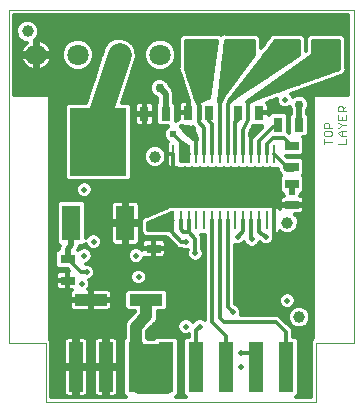
<source format=gtl>
G75*
%MOIN*%
%OFA0B0*%
%FSLAX25Y25*%
%IPPOS*%
%LPD*%
%AMOC8*
5,1,8,0,0,1.08239X$1,22.5*
%
%ADD10C,0.00000*%
%ADD11C,0.00400*%
%ADD12R,0.05000X0.16535*%
%ADD13R,0.06299X0.11811*%
%ADD14R,0.19000X0.22500*%
%ADD15R,0.11024X0.03937*%
%ADD16R,0.00984X0.06102*%
%ADD17R,0.20394X0.12205*%
%ADD18C,0.02578*%
%ADD19R,0.04724X0.03150*%
%ADD20R,0.03150X0.04724*%
%ADD21C,0.03937*%
%ADD22R,0.07087X0.07087*%
%ADD23C,0.07087*%
%ADD24C,0.03937*%
%ADD25C,0.01181*%
%ADD26C,0.02001*%
%ADD27C,0.01969*%
%ADD28C,0.02953*%
%ADD29C,0.02375*%
%ADD30C,0.07874*%
%ADD31C,0.02953*%
%ADD32C,0.01575*%
%ADD33C,0.01000*%
D10*
X0014071Y0001984D02*
X0014071Y0021669D01*
X0001591Y0021669D01*
X0001591Y0132693D01*
X0116551Y0132693D01*
X0116551Y0021669D01*
X0104071Y0021669D01*
X0104071Y0001984D01*
X0014071Y0001984D01*
D11*
X0106710Y0088011D02*
X0106710Y0089714D01*
X0106710Y0088863D02*
X0109265Y0088863D01*
X0108839Y0090730D02*
X0109265Y0091156D01*
X0109265Y0092007D01*
X0108839Y0092433D01*
X0107135Y0092433D01*
X0106710Y0092007D01*
X0106710Y0091156D01*
X0107135Y0090730D01*
X0108839Y0090730D01*
X0111434Y0091582D02*
X0112286Y0092433D01*
X0113989Y0092433D01*
X0112712Y0092433D02*
X0112712Y0090730D01*
X0112286Y0090730D02*
X0111434Y0091582D01*
X0112286Y0090730D02*
X0113989Y0090730D01*
X0113989Y0089714D02*
X0113989Y0088011D01*
X0111434Y0088011D01*
X0111434Y0093449D02*
X0111860Y0093449D01*
X0112712Y0094300D01*
X0113989Y0094300D01*
X0112712Y0094300D02*
X0111860Y0095152D01*
X0111434Y0095152D01*
X0111434Y0096168D02*
X0113989Y0096168D01*
X0113989Y0097871D01*
X0113989Y0098886D02*
X0111434Y0098886D01*
X0111434Y0100164D01*
X0111860Y0100590D01*
X0112712Y0100590D01*
X0113137Y0100164D01*
X0113137Y0098886D01*
X0113137Y0099738D02*
X0113989Y0100590D01*
X0111434Y0097871D02*
X0111434Y0096168D01*
X0112712Y0096168D02*
X0112712Y0097019D01*
X0109265Y0093449D02*
X0106710Y0093449D01*
X0106710Y0094726D01*
X0107135Y0095152D01*
X0107987Y0095152D01*
X0108413Y0094726D01*
X0108413Y0093449D01*
D12*
X0094071Y0013717D03*
X0084071Y0013717D03*
X0074071Y0013717D03*
X0064071Y0013717D03*
X0054071Y0013717D03*
X0044071Y0013717D03*
X0034071Y0013717D03*
X0024071Y0013717D03*
D13*
X0022535Y0061630D03*
X0040488Y0061630D03*
D14*
X0031512Y0088787D03*
D15*
X0028992Y0036079D03*
X0047496Y0036079D03*
D16*
X0056365Y0062614D03*
X0058965Y0062614D03*
X0061565Y0062614D03*
X0064165Y0062614D03*
X0066765Y0062614D03*
X0069365Y0062614D03*
X0071965Y0062614D03*
X0074565Y0062614D03*
X0077165Y0062614D03*
X0079765Y0062614D03*
X0082365Y0062614D03*
X0084965Y0062614D03*
X0087565Y0062614D03*
X0090165Y0062614D03*
X0090165Y0084661D03*
X0087565Y0084661D03*
X0084965Y0084661D03*
X0082365Y0084661D03*
X0079765Y0084661D03*
X0077165Y0084661D03*
X0074565Y0084661D03*
X0071965Y0084661D03*
X0069365Y0084661D03*
X0066765Y0084661D03*
X0064165Y0084661D03*
X0061565Y0084661D03*
X0058965Y0084661D03*
X0056365Y0084661D03*
D17*
X0073264Y0073638D03*
D18*
X0073244Y0073638D03*
X0073244Y0068520D03*
X0068126Y0068520D03*
X0068126Y0073638D03*
X0068126Y0078756D03*
X0073244Y0078756D03*
X0078362Y0078756D03*
X0078362Y0073638D03*
X0078362Y0068520D03*
X0083480Y0068520D03*
X0083480Y0073638D03*
X0083480Y0078756D03*
X0088598Y0078756D03*
X0088598Y0073638D03*
X0088598Y0068520D03*
X0063008Y0068520D03*
X0063008Y0073638D03*
X0063008Y0078756D03*
X0057890Y0078756D03*
X0057890Y0073638D03*
X0057890Y0068520D03*
D19*
X0050016Y0060252D03*
X0050016Y0053165D03*
X0021276Y0049622D03*
X0021276Y0042535D03*
X0096079Y0067732D03*
X0096079Y0074819D03*
X0096079Y0080331D03*
X0096079Y0087417D03*
D20*
X0098441Y0094504D03*
X0091354Y0094504D03*
X0085055Y0098441D03*
X0077969Y0098441D03*
X0068520Y0098441D03*
X0061433Y0098441D03*
X0053953Y0098047D03*
X0046866Y0098047D03*
D21*
X0050409Y0083874D03*
X0007890Y0125606D03*
X0094504Y0061827D03*
X0098441Y0030331D03*
D22*
X0107299Y0117732D03*
D23*
X0093520Y0117732D03*
X0079740Y0117732D03*
X0065961Y0117732D03*
X0052181Y0117732D03*
X0038402Y0117732D03*
X0024622Y0117732D03*
X0010843Y0117732D03*
D24*
X0047496Y0036079D02*
X0047496Y0030567D01*
X0044071Y0027142D01*
X0044071Y0013717D01*
X0044898Y0013791D02*
X0054346Y0013791D01*
X0054346Y0017726D02*
X0044898Y0017726D01*
X0044898Y0019307D02*
X0054346Y0019307D01*
X0054346Y0006709D01*
X0044898Y0006709D01*
X0044898Y0019307D01*
X0044898Y0009855D02*
X0054346Y0009855D01*
D25*
X0058343Y0010242D02*
X0059799Y0010242D01*
X0059799Y0011421D02*
X0058343Y0011421D01*
X0058343Y0012601D02*
X0059799Y0012601D01*
X0059799Y0013780D02*
X0058343Y0013780D01*
X0058343Y0014960D02*
X0059799Y0014960D01*
X0059799Y0016140D02*
X0058343Y0016140D01*
X0058343Y0017319D02*
X0059799Y0017319D01*
X0059799Y0018499D02*
X0058343Y0018499D01*
X0058343Y0019678D02*
X0059799Y0019678D01*
X0059799Y0020858D02*
X0058343Y0020858D01*
X0058343Y0022038D02*
X0059799Y0022038D01*
X0059799Y0022718D02*
X0059799Y0004715D01*
X0060758Y0003756D01*
X0057383Y0003756D01*
X0058343Y0004715D01*
X0058343Y0022718D01*
X0057305Y0023756D01*
X0050837Y0023756D01*
X0050128Y0023047D01*
X0048013Y0023047D01*
X0047811Y0023250D01*
X0047811Y0025592D01*
X0049615Y0027396D01*
X0050667Y0028448D01*
X0051236Y0029823D01*
X0051236Y0032339D01*
X0053742Y0032339D01*
X0054780Y0033376D01*
X0054780Y0038781D01*
X0053742Y0039819D01*
X0041250Y0039819D01*
X0040213Y0038781D01*
X0040213Y0033376D01*
X0041250Y0032339D01*
X0043756Y0032339D01*
X0043756Y0032116D01*
X0040900Y0029260D01*
X0040331Y0027886D01*
X0040331Y0023250D01*
X0039799Y0022718D01*
X0039799Y0004715D01*
X0040758Y0003756D01*
X0015843Y0003756D01*
X0015843Y0022403D01*
X0015370Y0022876D01*
X0015370Y0104346D01*
X0003362Y0104346D01*
X0003362Y0130921D01*
X0114780Y0130921D01*
X0114780Y0104346D01*
X0103165Y0104346D01*
X0103165Y0023269D01*
X0102299Y0022403D01*
X0102299Y0003756D01*
X0097383Y0003756D01*
X0098343Y0004715D01*
X0098343Y0022718D01*
X0097305Y0023756D01*
X0096433Y0023756D01*
X0096433Y0026230D01*
X0095049Y0027614D01*
X0091545Y0031118D01*
X0079068Y0031118D01*
X0079166Y0031354D01*
X0079166Y0032457D01*
X0078744Y0033476D01*
X0077964Y0034256D01*
X0076974Y0034665D01*
X0076927Y0034713D01*
X0076927Y0054533D01*
X0077417Y0054330D01*
X0078520Y0054330D01*
X0079539Y0054752D01*
X0080105Y0055319D01*
X0080343Y0054745D01*
X0081123Y0053965D01*
X0082142Y0053543D01*
X0083244Y0053543D01*
X0084263Y0053965D01*
X0085043Y0054745D01*
X0085281Y0055319D01*
X0085847Y0054752D01*
X0086866Y0054330D01*
X0087969Y0054330D01*
X0088988Y0054752D01*
X0089767Y0055532D01*
X0090189Y0056551D01*
X0090189Y0057654D01*
X0090057Y0057972D01*
X0090164Y0057972D01*
X0090164Y0062614D01*
X0090165Y0062614D01*
X0090165Y0057972D01*
X0090866Y0057972D01*
X0091271Y0058081D01*
X0091633Y0058290D01*
X0091929Y0058586D01*
X0092122Y0058920D01*
X0092385Y0058656D01*
X0093760Y0058087D01*
X0095248Y0058087D01*
X0096623Y0058656D01*
X0097675Y0059708D01*
X0098244Y0061083D01*
X0098244Y0062571D01*
X0097675Y0063945D01*
X0097053Y0064567D01*
X0098650Y0064567D01*
X0099055Y0064675D01*
X0099418Y0064885D01*
X0099714Y0065181D01*
X0099923Y0065544D01*
X0100031Y0065948D01*
X0100031Y0067535D01*
X0096276Y0067535D01*
X0096276Y0067929D01*
X0100031Y0067929D01*
X0100031Y0069516D01*
X0099923Y0069921D01*
X0099714Y0070284D01*
X0099418Y0070580D01*
X0099055Y0070789D01*
X0098784Y0070862D01*
X0099037Y0071472D01*
X0099175Y0071472D01*
X0100213Y0072510D01*
X0100213Y0077128D01*
X0099765Y0077575D01*
X0100213Y0078022D01*
X0100213Y0082639D01*
X0099175Y0083677D01*
X0094489Y0083677D01*
X0094096Y0084071D01*
X0099175Y0084071D01*
X0100213Y0085109D01*
X0100213Y0089726D01*
X0099568Y0090370D01*
X0100750Y0090370D01*
X0101787Y0091408D01*
X0101787Y0097600D01*
X0101197Y0098191D01*
X0101197Y0099363D01*
X0101689Y0100551D01*
X0101689Y0101843D01*
X0101194Y0103037D01*
X0100281Y0103950D01*
X0099087Y0104445D01*
X0097795Y0104445D01*
X0096601Y0103950D01*
X0096338Y0103687D01*
X0096067Y0104342D01*
X0095700Y0104709D01*
X0112238Y0110646D01*
X0112805Y0110646D01*
X0113123Y0110963D01*
X0113546Y0111115D01*
X0113788Y0111628D01*
X0114189Y0112029D01*
X0114189Y0112479D01*
X0114381Y0112885D01*
X0114189Y0113419D01*
X0114189Y0123435D01*
X0112805Y0124819D01*
X0102187Y0124819D01*
X0100803Y0123435D01*
X0099419Y0124819D01*
X0091370Y0124819D01*
X0091232Y0124926D01*
X0090414Y0124819D01*
X0089588Y0124819D01*
X0089465Y0124695D01*
X0089291Y0124672D01*
X0088788Y0124019D01*
X0088205Y0123435D01*
X0088205Y0123260D01*
X0085843Y0120189D01*
X0085843Y0123435D01*
X0084459Y0124819D01*
X0074167Y0124819D01*
X0073330Y0124915D01*
X0073208Y0124819D01*
X0073053Y0124819D01*
X0072482Y0124247D01*
X0072146Y0124679D01*
X0071979Y0124700D01*
X0071860Y0124819D01*
X0071029Y0124819D01*
X0070204Y0124922D01*
X0070071Y0124819D01*
X0059667Y0124819D01*
X0058283Y0123435D01*
X0058283Y0113566D01*
X0058095Y0113189D01*
X0058283Y0112625D01*
X0058283Y0112029D01*
X0058581Y0111732D01*
X0061694Y0102394D01*
X0061630Y0102394D01*
X0061630Y0098638D01*
X0061236Y0098638D01*
X0061236Y0102394D01*
X0059649Y0102394D01*
X0059244Y0102285D01*
X0058882Y0102076D01*
X0058586Y0101780D01*
X0058376Y0101417D01*
X0058268Y0101013D01*
X0058268Y0098638D01*
X0061236Y0098638D01*
X0061236Y0098244D01*
X0058268Y0098244D01*
X0058268Y0096414D01*
X0057299Y0095768D01*
X0057299Y0101143D01*
X0056709Y0101734D01*
X0056709Y0105288D01*
X0056289Y0106301D01*
X0055230Y0107360D01*
X0054738Y0108549D01*
X0053824Y0109462D01*
X0052630Y0109957D01*
X0051338Y0109957D01*
X0050144Y0109462D01*
X0049231Y0108549D01*
X0048736Y0107355D01*
X0048736Y0106063D01*
X0049231Y0104869D01*
X0050144Y0103955D01*
X0051197Y0103519D01*
X0051197Y0101734D01*
X0050606Y0101143D01*
X0050606Y0094951D01*
X0051644Y0093913D01*
X0054761Y0093913D01*
X0054639Y0093863D01*
X0053806Y0093030D01*
X0053356Y0091943D01*
X0053356Y0090766D01*
X0053806Y0089678D01*
X0054639Y0088846D01*
X0054722Y0088811D01*
X0054600Y0088689D01*
X0054390Y0088327D01*
X0054282Y0087922D01*
X0054282Y0084661D01*
X0054282Y0081401D01*
X0054390Y0080996D01*
X0054600Y0080634D01*
X0054896Y0080337D01*
X0055259Y0080128D01*
X0055333Y0080108D01*
X0055121Y0079596D01*
X0055010Y0079040D01*
X0055010Y0078756D01*
X0057890Y0078756D01*
X0061476Y0078756D01*
X0061476Y0078756D01*
X0060769Y0078756D01*
X0057890Y0078756D01*
X0057890Y0078756D01*
X0056365Y0080281D01*
X0056365Y0084661D01*
X0056364Y0084661D02*
X0054282Y0084661D01*
X0056364Y0084661D01*
X0056364Y0084661D01*
X0054282Y0084557D02*
X0054150Y0084557D01*
X0054150Y0084618D02*
X0053580Y0085993D01*
X0052528Y0087045D01*
X0051153Y0087614D01*
X0049665Y0087614D01*
X0048291Y0087045D01*
X0047239Y0085993D01*
X0046669Y0084618D01*
X0046669Y0083130D01*
X0047239Y0081755D01*
X0048291Y0080703D01*
X0049665Y0080134D01*
X0051153Y0080134D01*
X0052528Y0080703D01*
X0053580Y0081755D01*
X0054150Y0083130D01*
X0054150Y0084618D01*
X0054282Y0085737D02*
X0053686Y0085737D01*
X0054282Y0086916D02*
X0052656Y0086916D01*
X0054329Y0088096D02*
X0042783Y0088096D01*
X0042783Y0086916D02*
X0048162Y0086916D01*
X0047133Y0085737D02*
X0042783Y0085737D01*
X0042783Y0084557D02*
X0046669Y0084557D01*
X0046669Y0083378D02*
X0042783Y0083378D01*
X0042783Y0082198D02*
X0047055Y0082198D01*
X0047976Y0081018D02*
X0042783Y0081018D01*
X0042783Y0079839D02*
X0055222Y0079839D01*
X0054346Y0079839D02*
X0057738Y0079839D01*
X0057739Y0079839D02*
X0060191Y0079839D01*
X0060338Y0079839D01*
X0060339Y0079839D02*
X0062791Y0079839D01*
X0062938Y0079839D01*
X0062939Y0079839D02*
X0065391Y0079839D01*
X0065538Y0079839D01*
X0065539Y0079839D02*
X0067991Y0079839D01*
X0068138Y0079839D01*
X0068139Y0079839D02*
X0070591Y0079839D01*
X0070738Y0079839D01*
X0070739Y0079839D02*
X0073191Y0079839D01*
X0073338Y0079839D01*
X0073339Y0079839D02*
X0075791Y0079839D01*
X0075938Y0079839D01*
X0075939Y0079839D02*
X0078391Y0079839D01*
X0078538Y0079839D01*
X0078539Y0079839D02*
X0080991Y0079839D01*
X0081138Y0079839D01*
X0081139Y0079839D02*
X0083591Y0079839D01*
X0083738Y0079839D01*
X0083739Y0079839D02*
X0086191Y0079839D01*
X0086338Y0079839D01*
X0086339Y0079839D02*
X0088791Y0079839D01*
X0088938Y0079839D01*
X0088939Y0079839D02*
X0091247Y0079839D01*
X0091247Y0079685D01*
X0091354Y0079426D01*
X0091354Y0067339D01*
X0088889Y0067339D01*
X0088791Y0067437D01*
X0086339Y0067437D01*
X0086265Y0067363D01*
X0086191Y0067437D01*
X0083739Y0067437D01*
X0083665Y0067363D01*
X0083591Y0067437D01*
X0081139Y0067437D01*
X0081065Y0067363D01*
X0080991Y0067437D01*
X0078539Y0067437D01*
X0078465Y0067363D01*
X0078391Y0067437D01*
X0075939Y0067437D01*
X0075865Y0067363D01*
X0075791Y0067437D01*
X0073339Y0067437D01*
X0073265Y0067363D01*
X0073191Y0067437D01*
X0070739Y0067437D01*
X0070665Y0067363D01*
X0070591Y0067437D01*
X0068139Y0067437D01*
X0068065Y0067363D01*
X0067991Y0067437D01*
X0065539Y0067437D01*
X0065465Y0067363D01*
X0065391Y0067437D01*
X0062939Y0067437D01*
X0062865Y0067363D01*
X0062791Y0067437D01*
X0060339Y0067437D01*
X0060265Y0067363D01*
X0060191Y0067437D01*
X0057739Y0067437D01*
X0057665Y0067363D01*
X0057591Y0067437D01*
X0055139Y0067437D01*
X0055040Y0067339D01*
X0054346Y0067339D01*
X0054346Y0079937D01*
X0057640Y0079937D01*
X0057739Y0079839D01*
X0057890Y0078756D02*
X0057890Y0078756D01*
X0057890Y0075876D01*
X0057890Y0073638D01*
X0060769Y0073638D01*
X0063008Y0073638D01*
X0065887Y0073638D01*
X0068126Y0073638D01*
X0071005Y0073638D01*
X0072673Y0073638D01*
X0072673Y0073638D01*
X0068126Y0073638D01*
X0068126Y0073638D01*
X0068126Y0073638D01*
X0063008Y0073638D01*
X0063008Y0073638D01*
X0063008Y0073638D01*
X0057890Y0073638D01*
X0057890Y0073638D01*
X0057890Y0073638D01*
X0057890Y0078756D01*
X0057890Y0078756D01*
X0055010Y0078756D01*
X0055010Y0078472D01*
X0055121Y0077916D01*
X0055338Y0077392D01*
X0055653Y0076920D01*
X0056054Y0076519D01*
X0056526Y0076204D01*
X0056543Y0076197D01*
X0056526Y0076190D01*
X0056054Y0075874D01*
X0055653Y0075473D01*
X0055338Y0075002D01*
X0055121Y0074478D01*
X0055010Y0073921D01*
X0055010Y0073638D01*
X0057890Y0073638D01*
X0057890Y0068520D01*
X0057890Y0068520D01*
X0060128Y0068520D01*
X0061476Y0068520D01*
X0061476Y0068520D01*
X0057890Y0068520D01*
X0057890Y0068520D01*
X0057890Y0070758D01*
X0057890Y0073638D01*
X0057890Y0073638D01*
X0057890Y0073638D01*
X0055010Y0073638D01*
X0055010Y0073354D01*
X0055121Y0072798D01*
X0055338Y0072274D01*
X0055653Y0071802D01*
X0056054Y0071401D01*
X0056526Y0071086D01*
X0056543Y0071079D01*
X0056526Y0071071D01*
X0056054Y0070756D01*
X0055653Y0070355D01*
X0055338Y0069884D01*
X0055121Y0069360D01*
X0055010Y0068803D01*
X0055010Y0068520D01*
X0057890Y0068520D01*
X0057890Y0068520D01*
X0055010Y0068520D01*
X0055010Y0068236D01*
X0055121Y0067680D01*
X0055221Y0067437D01*
X0055139Y0067437D01*
X0055040Y0067339D01*
X0054943Y0067339D01*
X0054594Y0066990D01*
X0047592Y0064189D01*
X0047069Y0064189D01*
X0046720Y0063840D01*
X0046261Y0063657D01*
X0046055Y0063175D01*
X0045685Y0062805D01*
X0045685Y0062312D01*
X0045491Y0061858D01*
X0045685Y0061372D01*
X0045685Y0058486D01*
X0045882Y0058289D01*
X0045882Y0057943D01*
X0046920Y0056906D01*
X0053112Y0056906D01*
X0053309Y0057102D01*
X0054155Y0057102D01*
X0054943Y0056315D01*
X0058092Y0053165D01*
X0059105Y0053165D01*
X0060094Y0052756D01*
X0061197Y0052756D01*
X0061294Y0052796D01*
X0061023Y0052142D01*
X0061023Y0051039D01*
X0061445Y0050020D01*
X0062225Y0049241D01*
X0063244Y0048819D01*
X0064347Y0048819D01*
X0065366Y0049241D01*
X0066145Y0050020D01*
X0066567Y0051039D01*
X0066567Y0052142D01*
X0066157Y0053131D01*
X0066157Y0057425D01*
X0065791Y0057791D01*
X0067002Y0057791D01*
X0067002Y0029469D01*
X0066940Y0029531D01*
X0065921Y0029953D01*
X0064819Y0029953D01*
X0063800Y0029531D01*
X0063020Y0028751D01*
X0063008Y0028722D01*
X0062996Y0028751D01*
X0062216Y0029531D01*
X0061197Y0029953D01*
X0060094Y0029953D01*
X0059075Y0029531D01*
X0058296Y0028751D01*
X0057874Y0027732D01*
X0057874Y0026630D01*
X0058296Y0025611D01*
X0059075Y0024831D01*
X0060094Y0024409D01*
X0061197Y0024409D01*
X0061709Y0024621D01*
X0061709Y0023756D01*
X0060837Y0023756D01*
X0059799Y0022718D01*
X0060298Y0023217D02*
X0057843Y0023217D01*
X0058330Y0025577D02*
X0047811Y0025577D01*
X0047811Y0024397D02*
X0061709Y0024397D01*
X0064071Y0025882D02*
X0065370Y0027181D01*
X0064071Y0025882D02*
X0064071Y0013717D01*
X0059799Y0009062D02*
X0058343Y0009062D01*
X0058343Y0007882D02*
X0059799Y0007882D01*
X0059799Y0006703D02*
X0058343Y0006703D01*
X0058343Y0005523D02*
X0059799Y0005523D01*
X0060171Y0004343D02*
X0057971Y0004343D01*
X0074071Y0013717D02*
X0074071Y0023992D01*
X0069365Y0028698D01*
X0069365Y0062614D01*
X0071965Y0062614D02*
X0071965Y0030035D01*
X0073244Y0028756D01*
X0090567Y0028756D01*
X0094071Y0025252D01*
X0094071Y0013717D01*
X0098343Y0013780D02*
X0102299Y0013780D01*
X0102299Y0012601D02*
X0098343Y0012601D01*
X0098343Y0011421D02*
X0102299Y0011421D01*
X0102299Y0010242D02*
X0098343Y0010242D01*
X0098343Y0009062D02*
X0102299Y0009062D01*
X0102299Y0007882D02*
X0098343Y0007882D01*
X0098343Y0006703D02*
X0102299Y0006703D01*
X0102299Y0005523D02*
X0098343Y0005523D01*
X0097971Y0004343D02*
X0102299Y0004343D01*
X0102299Y0014960D02*
X0098343Y0014960D01*
X0098343Y0016140D02*
X0102299Y0016140D01*
X0102299Y0017319D02*
X0098343Y0017319D01*
X0098343Y0018499D02*
X0102299Y0018499D01*
X0102299Y0019678D02*
X0098343Y0019678D01*
X0098343Y0020858D02*
X0102299Y0020858D01*
X0102299Y0022038D02*
X0098343Y0022038D01*
X0097843Y0023217D02*
X0103113Y0023217D01*
X0103165Y0024397D02*
X0096433Y0024397D01*
X0096433Y0025577D02*
X0103165Y0025577D01*
X0103165Y0026756D02*
X0099585Y0026756D01*
X0099185Y0026591D02*
X0100560Y0027160D01*
X0101612Y0028212D01*
X0102181Y0029587D01*
X0102181Y0031075D01*
X0101612Y0032449D01*
X0100560Y0033501D01*
X0099185Y0034071D01*
X0097697Y0034071D01*
X0096322Y0033501D01*
X0095270Y0032449D01*
X0094701Y0031075D01*
X0094701Y0029587D01*
X0095270Y0028212D01*
X0096322Y0027160D01*
X0097697Y0026591D01*
X0099185Y0026591D01*
X0097297Y0026756D02*
X0095907Y0026756D01*
X0095547Y0027936D02*
X0094728Y0027936D01*
X0094896Y0029115D02*
X0093548Y0029115D01*
X0094701Y0030295D02*
X0092369Y0030295D01*
X0094866Y0031475D02*
X0079166Y0031475D01*
X0079084Y0032654D02*
X0095475Y0032654D01*
X0095055Y0033070D02*
X0096074Y0033492D01*
X0096854Y0034272D01*
X0097276Y0035291D01*
X0097276Y0036394D01*
X0096854Y0037413D01*
X0096074Y0038193D01*
X0095055Y0038615D01*
X0093953Y0038615D01*
X0092934Y0038193D01*
X0092154Y0037413D01*
X0091732Y0036394D01*
X0091732Y0035291D01*
X0092154Y0034272D01*
X0092934Y0033492D01*
X0093953Y0033070D01*
X0095055Y0033070D01*
X0096415Y0033834D02*
X0097125Y0033834D01*
X0097161Y0035013D02*
X0103165Y0035013D01*
X0103165Y0033834D02*
X0099757Y0033834D01*
X0101407Y0032654D02*
X0103165Y0032654D01*
X0103165Y0031475D02*
X0102015Y0031475D01*
X0102181Y0030295D02*
X0103165Y0030295D01*
X0103165Y0029115D02*
X0101986Y0029115D01*
X0101335Y0027936D02*
X0103165Y0027936D01*
X0103165Y0036193D02*
X0097276Y0036193D01*
X0096871Y0037373D02*
X0103165Y0037373D01*
X0103165Y0038552D02*
X0095206Y0038552D01*
X0093802Y0038552D02*
X0076927Y0038552D01*
X0076927Y0037373D02*
X0092137Y0037373D01*
X0091732Y0036193D02*
X0076927Y0036193D01*
X0076927Y0035013D02*
X0091847Y0035013D01*
X0092592Y0033834D02*
X0078386Y0033834D01*
X0076394Y0031906D02*
X0074565Y0033735D01*
X0074565Y0062614D01*
X0079765Y0062614D02*
X0079765Y0058898D01*
X0077969Y0057102D01*
X0079853Y0055067D02*
X0080209Y0055067D01*
X0081310Y0053887D02*
X0076927Y0053887D01*
X0076927Y0052708D02*
X0103165Y0052708D01*
X0103165Y0053887D02*
X0084076Y0053887D01*
X0085176Y0055067D02*
X0085533Y0055067D01*
X0087417Y0057102D02*
X0084965Y0058768D01*
X0084965Y0062614D01*
X0082365Y0062614D02*
X0082365Y0056643D01*
X0082693Y0056315D01*
X0076927Y0051528D02*
X0103165Y0051528D01*
X0103165Y0050348D02*
X0076927Y0050348D01*
X0076927Y0049169D02*
X0103165Y0049169D01*
X0103165Y0047989D02*
X0076927Y0047989D01*
X0076927Y0046810D02*
X0103165Y0046810D01*
X0103165Y0045630D02*
X0076927Y0045630D01*
X0076927Y0044450D02*
X0103165Y0044450D01*
X0103165Y0043271D02*
X0076927Y0043271D01*
X0076927Y0042091D02*
X0103165Y0042091D01*
X0103165Y0040912D02*
X0076927Y0040912D01*
X0076927Y0039732D02*
X0103165Y0039732D01*
X0103165Y0055067D02*
X0089302Y0055067D01*
X0090063Y0056246D02*
X0103165Y0056246D01*
X0103165Y0057426D02*
X0090189Y0057426D01*
X0090164Y0058606D02*
X0090165Y0058606D01*
X0090164Y0059785D02*
X0090165Y0059785D01*
X0090164Y0060965D02*
X0090165Y0060965D01*
X0090164Y0062145D02*
X0090165Y0062145D01*
X0090165Y0062614D02*
X0090165Y0066954D01*
X0088598Y0068520D01*
X0088598Y0068520D01*
X0085051Y0068520D01*
X0085051Y0068520D01*
X0085719Y0068520D01*
X0088598Y0068520D01*
X0088598Y0071399D01*
X0088598Y0073638D01*
X0088598Y0073638D01*
X0085719Y0073638D01*
X0083480Y0073638D01*
X0083480Y0073638D01*
X0081242Y0073638D01*
X0078362Y0073638D01*
X0078362Y0073638D01*
X0073854Y0073638D01*
X0073854Y0073638D01*
X0075483Y0073638D01*
X0078362Y0073638D01*
X0078362Y0073638D01*
X0083480Y0073638D01*
X0083480Y0073638D01*
X0088598Y0073638D01*
X0088598Y0076517D01*
X0088598Y0078756D01*
X0088598Y0078756D01*
X0085051Y0078756D01*
X0085051Y0078756D01*
X0085719Y0078756D01*
X0088598Y0078756D01*
X0088598Y0078756D01*
X0088598Y0073638D01*
X0088598Y0073638D01*
X0088598Y0073638D01*
X0088599Y0073638D02*
X0091478Y0073638D01*
X0091478Y0073921D01*
X0091367Y0074478D01*
X0091150Y0075002D01*
X0090835Y0075473D01*
X0090434Y0075874D01*
X0089962Y0076190D01*
X0089945Y0076197D01*
X0089962Y0076204D01*
X0090434Y0076519D01*
X0090835Y0076920D01*
X0091150Y0077392D01*
X0091367Y0077916D01*
X0091478Y0078472D01*
X0091478Y0078756D01*
X0091478Y0079040D01*
X0091444Y0079209D01*
X0091742Y0078491D01*
X0091945Y0078288D01*
X0091945Y0078022D01*
X0092392Y0077575D01*
X0091945Y0077128D01*
X0091945Y0072510D01*
X0092983Y0071472D01*
X0093120Y0071472D01*
X0093373Y0070862D01*
X0093103Y0070789D01*
X0092740Y0070580D01*
X0092444Y0070284D01*
X0092234Y0069921D01*
X0092126Y0069516D01*
X0092126Y0067929D01*
X0095882Y0067929D01*
X0095882Y0067535D01*
X0092126Y0067535D01*
X0092126Y0066302D01*
X0091929Y0066642D01*
X0091633Y0066938D01*
X0091271Y0067148D01*
X0091159Y0067177D01*
X0091367Y0067680D01*
X0091478Y0068236D01*
X0091478Y0068520D01*
X0091478Y0068803D01*
X0091367Y0069360D01*
X0091150Y0069884D01*
X0090835Y0070355D01*
X0090434Y0070756D01*
X0089962Y0071071D01*
X0089945Y0071079D01*
X0089962Y0071086D01*
X0090434Y0071401D01*
X0090835Y0071802D01*
X0091150Y0072274D01*
X0091367Y0072798D01*
X0091478Y0073354D01*
X0091478Y0073638D01*
X0088599Y0073638D01*
X0088599Y0073638D01*
X0088598Y0073638D02*
X0088598Y0068520D01*
X0088598Y0068520D01*
X0088599Y0068520D02*
X0091478Y0068520D01*
X0088599Y0068520D01*
X0088599Y0068520D01*
X0088598Y0069222D02*
X0088598Y0069222D01*
X0088598Y0070402D02*
X0088598Y0070402D01*
X0088598Y0071581D02*
X0088598Y0071581D01*
X0088598Y0072761D02*
X0088598Y0072761D01*
X0088598Y0073941D02*
X0088598Y0073941D01*
X0088598Y0075120D02*
X0088598Y0075120D01*
X0088598Y0076300D02*
X0088598Y0076300D01*
X0088598Y0077480D02*
X0088598Y0077480D01*
X0088598Y0078659D02*
X0088598Y0078659D01*
X0088599Y0078756D02*
X0088599Y0078756D01*
X0091478Y0078756D01*
X0088599Y0078756D01*
X0088791Y0079839D02*
X0088865Y0079913D01*
X0088939Y0079839D01*
X0086339Y0079839D02*
X0086265Y0079913D01*
X0086191Y0079839D01*
X0083739Y0079839D02*
X0083665Y0079913D01*
X0083591Y0079839D01*
X0081139Y0079839D02*
X0081065Y0079913D01*
X0080991Y0079839D01*
X0078539Y0079839D02*
X0078465Y0079913D01*
X0078391Y0079839D01*
X0075939Y0079839D02*
X0075865Y0079913D01*
X0075791Y0079839D01*
X0073339Y0079839D02*
X0073265Y0079913D01*
X0073191Y0079839D01*
X0073244Y0078756D02*
X0073244Y0076517D01*
X0073244Y0074228D01*
X0073244Y0078756D01*
X0073244Y0078756D01*
X0073244Y0078659D02*
X0073244Y0078659D01*
X0073244Y0077480D02*
X0073244Y0077480D01*
X0073244Y0076300D02*
X0073244Y0076300D01*
X0073244Y0075120D02*
X0073244Y0075120D01*
X0073244Y0074228D02*
X0073244Y0074228D01*
X0073244Y0073047D02*
X0073244Y0068520D01*
X0073244Y0071399D01*
X0073244Y0073047D01*
X0073244Y0073047D01*
X0073244Y0072761D02*
X0073244Y0072761D01*
X0073244Y0071581D02*
X0073244Y0071581D01*
X0073244Y0070402D02*
X0073244Y0070402D01*
X0073244Y0069222D02*
X0073244Y0069222D01*
X0073244Y0068520D02*
X0073244Y0068520D01*
X0070739Y0079839D02*
X0070665Y0079913D01*
X0070591Y0079839D01*
X0068139Y0079839D02*
X0068065Y0079913D01*
X0067991Y0079839D01*
X0065539Y0079839D02*
X0065465Y0079913D01*
X0065391Y0079839D01*
X0062939Y0079839D02*
X0062865Y0079913D01*
X0062791Y0079839D01*
X0060339Y0079839D02*
X0060265Y0079913D01*
X0060191Y0079839D01*
X0057890Y0078659D02*
X0057890Y0078659D01*
X0057890Y0077480D02*
X0057890Y0077480D01*
X0057890Y0076300D02*
X0057890Y0076300D01*
X0057890Y0075120D02*
X0057890Y0075120D01*
X0057890Y0073941D02*
X0057890Y0073941D01*
X0057890Y0072761D02*
X0057890Y0072761D01*
X0057890Y0071581D02*
X0057890Y0071581D01*
X0057890Y0070402D02*
X0057890Y0070402D01*
X0057890Y0069222D02*
X0057890Y0069222D01*
X0055700Y0070402D02*
X0028120Y0070402D01*
X0028358Y0070500D02*
X0027339Y0070078D01*
X0026236Y0070078D01*
X0025217Y0070500D01*
X0024437Y0071280D01*
X0024015Y0072299D01*
X0024015Y0073402D01*
X0024437Y0074421D01*
X0025217Y0075200D01*
X0026236Y0075622D01*
X0027339Y0075622D01*
X0028358Y0075200D01*
X0029137Y0074421D01*
X0029559Y0073402D01*
X0029559Y0072299D01*
X0029137Y0071280D01*
X0028358Y0070500D01*
X0029262Y0071581D02*
X0055874Y0071581D01*
X0055136Y0072761D02*
X0029559Y0072761D01*
X0029336Y0073941D02*
X0055014Y0073941D01*
X0054346Y0073941D02*
X0091354Y0073941D01*
X0091474Y0073941D02*
X0091945Y0073941D01*
X0091945Y0075120D02*
X0091071Y0075120D01*
X0091354Y0075120D02*
X0054346Y0075120D01*
X0055417Y0075120D02*
X0028438Y0075120D01*
X0025137Y0075120D02*
X0015370Y0075120D01*
X0015370Y0073941D02*
X0024239Y0073941D01*
X0024015Y0072761D02*
X0015370Y0072761D01*
X0015370Y0071581D02*
X0024313Y0071581D01*
X0025455Y0070402D02*
X0015370Y0070402D01*
X0015370Y0069222D02*
X0018567Y0069222D01*
X0018652Y0069307D02*
X0017614Y0068269D01*
X0017614Y0054991D01*
X0018629Y0053976D01*
X0018520Y0053714D01*
X0018520Y0052968D01*
X0018180Y0052968D01*
X0017142Y0051931D01*
X0017142Y0047313D01*
X0018180Y0046276D01*
X0021281Y0046276D01*
X0021856Y0045701D01*
X0021472Y0045701D01*
X0021472Y0042732D01*
X0021079Y0042732D01*
X0021079Y0042339D01*
X0017323Y0042339D01*
X0017323Y0040751D01*
X0017431Y0040347D01*
X0017641Y0039984D01*
X0017937Y0039688D01*
X0018299Y0039478D01*
X0018704Y0039370D01*
X0021079Y0039370D01*
X0021079Y0042338D01*
X0021472Y0042338D01*
X0021472Y0039370D01*
X0022590Y0039370D01*
X0022504Y0039320D01*
X0022208Y0039024D01*
X0021998Y0038661D01*
X0021890Y0038257D01*
X0021890Y0036472D01*
X0028598Y0036472D01*
X0028598Y0035685D01*
X0021890Y0035685D01*
X0021890Y0033901D01*
X0021998Y0033496D01*
X0022208Y0033134D01*
X0022504Y0032837D01*
X0022866Y0032628D01*
X0023271Y0032520D01*
X0028598Y0032520D01*
X0028598Y0035685D01*
X0029386Y0035685D01*
X0029386Y0036472D01*
X0036094Y0036472D01*
X0036094Y0038257D01*
X0035986Y0038661D01*
X0035777Y0039024D01*
X0035481Y0039320D01*
X0035118Y0039529D01*
X0034713Y0039638D01*
X0029386Y0039638D01*
X0029386Y0036473D01*
X0028598Y0036473D01*
X0028598Y0039638D01*
X0028204Y0039638D01*
X0028350Y0039784D01*
X0028772Y0040803D01*
X0028772Y0041906D01*
X0028461Y0042658D01*
X0029145Y0042941D01*
X0029925Y0043721D01*
X0030347Y0044740D01*
X0030347Y0045843D01*
X0029925Y0046862D01*
X0029145Y0047641D01*
X0028126Y0048063D01*
X0027417Y0048063D01*
X0028358Y0048453D01*
X0029137Y0049233D01*
X0029559Y0050252D01*
X0029559Y0051355D01*
X0029137Y0052373D01*
X0028358Y0053153D01*
X0027339Y0053575D01*
X0026236Y0053575D01*
X0025217Y0053153D01*
X0024702Y0052638D01*
X0024674Y0052666D01*
X0024872Y0052864D01*
X0025291Y0053877D01*
X0025291Y0053953D01*
X0026419Y0053953D01*
X0027246Y0054780D01*
X0027587Y0053957D01*
X0028367Y0053178D01*
X0029386Y0052756D01*
X0030488Y0052756D01*
X0031507Y0053178D01*
X0032287Y0053957D01*
X0032709Y0054976D01*
X0032709Y0056079D01*
X0032287Y0057098D01*
X0031507Y0057878D01*
X0030488Y0058300D01*
X0029386Y0058300D01*
X0028367Y0057878D01*
X0027587Y0057098D01*
X0027457Y0056783D01*
X0027457Y0068269D01*
X0026419Y0069307D01*
X0018652Y0069307D01*
X0017614Y0068043D02*
X0015370Y0068043D01*
X0015370Y0066863D02*
X0017614Y0066863D01*
X0017614Y0065683D02*
X0015370Y0065683D01*
X0015370Y0064504D02*
X0017614Y0064504D01*
X0017614Y0063324D02*
X0015370Y0063324D01*
X0015370Y0062145D02*
X0017614Y0062145D01*
X0017614Y0060965D02*
X0015370Y0060965D01*
X0015370Y0059785D02*
X0017614Y0059785D01*
X0017614Y0058606D02*
X0015370Y0058606D01*
X0015370Y0057426D02*
X0017614Y0057426D01*
X0017614Y0056246D02*
X0015370Y0056246D01*
X0015370Y0055067D02*
X0017614Y0055067D01*
X0018592Y0053887D02*
X0015370Y0053887D01*
X0015370Y0052708D02*
X0017919Y0052708D01*
X0017142Y0051528D02*
X0015370Y0051528D01*
X0015370Y0050348D02*
X0017142Y0050348D01*
X0017142Y0049169D02*
X0015370Y0049169D01*
X0015370Y0047989D02*
X0017142Y0047989D01*
X0017646Y0046810D02*
X0015370Y0046810D01*
X0015370Y0045630D02*
X0018440Y0045630D01*
X0018299Y0045592D02*
X0017937Y0045383D01*
X0017641Y0045087D01*
X0017431Y0044724D01*
X0017323Y0044320D01*
X0017323Y0042732D01*
X0021079Y0042732D01*
X0021079Y0045701D01*
X0018704Y0045701D01*
X0018299Y0045592D01*
X0017358Y0044450D02*
X0015370Y0044450D01*
X0015370Y0043271D02*
X0017323Y0043271D01*
X0017323Y0042091D02*
X0015370Y0042091D01*
X0015370Y0040912D02*
X0017323Y0040912D01*
X0017893Y0039732D02*
X0015370Y0039732D01*
X0015370Y0038552D02*
X0021969Y0038552D01*
X0021890Y0037373D02*
X0015370Y0037373D01*
X0015370Y0036193D02*
X0028598Y0036193D01*
X0029386Y0036193D02*
X0040213Y0036193D01*
X0040213Y0035013D02*
X0036094Y0035013D01*
X0036094Y0035685D02*
X0029386Y0035685D01*
X0029386Y0032520D01*
X0034713Y0032520D01*
X0035118Y0032628D01*
X0035481Y0032837D01*
X0035777Y0033134D01*
X0035986Y0033496D01*
X0036094Y0033901D01*
X0036094Y0035685D01*
X0036094Y0037373D02*
X0040213Y0037373D01*
X0040213Y0038552D02*
X0036015Y0038552D01*
X0036077Y0033834D02*
X0040213Y0033834D01*
X0040935Y0032654D02*
X0035163Y0032654D01*
X0029386Y0032654D02*
X0028598Y0032654D01*
X0028598Y0033834D02*
X0029386Y0033834D01*
X0029386Y0035013D02*
X0028598Y0035013D01*
X0028598Y0037373D02*
X0029386Y0037373D01*
X0029386Y0038552D02*
X0028598Y0038552D01*
X0028298Y0039732D02*
X0041163Y0039732D01*
X0043327Y0041367D02*
X0042548Y0042146D01*
X0042126Y0043165D01*
X0042126Y0044268D01*
X0042548Y0045287D01*
X0043327Y0046067D01*
X0044346Y0046489D01*
X0045449Y0046489D01*
X0046468Y0046067D01*
X0047248Y0045287D01*
X0047670Y0044268D01*
X0047670Y0043165D01*
X0047248Y0042146D01*
X0046468Y0041367D01*
X0045449Y0040944D01*
X0044346Y0040944D01*
X0043327Y0041367D01*
X0042603Y0042091D02*
X0028695Y0042091D01*
X0028772Y0040912D02*
X0067002Y0040912D01*
X0067002Y0042091D02*
X0047192Y0042091D01*
X0047670Y0043271D02*
X0067002Y0043271D01*
X0067002Y0044450D02*
X0047594Y0044450D01*
X0046904Y0045630D02*
X0067002Y0045630D01*
X0067002Y0046810D02*
X0029946Y0046810D01*
X0030347Y0045630D02*
X0042891Y0045630D01*
X0042201Y0044450D02*
X0030227Y0044450D01*
X0029474Y0043271D02*
X0042126Y0043271D01*
X0043559Y0048031D02*
X0044662Y0048031D01*
X0045680Y0048453D01*
X0046460Y0049233D01*
X0046865Y0050209D01*
X0047040Y0050108D01*
X0047444Y0050000D01*
X0049819Y0050000D01*
X0049819Y0052968D01*
X0050213Y0052968D01*
X0050213Y0050000D01*
X0052587Y0050000D01*
X0052992Y0050108D01*
X0053355Y0050318D01*
X0053651Y0050614D01*
X0053860Y0050977D01*
X0053968Y0051381D01*
X0053968Y0052968D01*
X0050213Y0052968D01*
X0050213Y0053362D01*
X0053968Y0053362D01*
X0053968Y0054950D01*
X0053860Y0055354D01*
X0053651Y0055717D01*
X0053355Y0056013D01*
X0052992Y0056222D01*
X0052587Y0056331D01*
X0050213Y0056331D01*
X0050213Y0053362D01*
X0049819Y0053362D01*
X0049819Y0052968D01*
X0046063Y0052968D01*
X0046063Y0052771D01*
X0045680Y0053153D01*
X0044662Y0053575D01*
X0043559Y0053575D01*
X0042540Y0053153D01*
X0041760Y0052373D01*
X0041338Y0051355D01*
X0041338Y0050252D01*
X0041760Y0049233D01*
X0042540Y0048453D01*
X0043559Y0048031D01*
X0041824Y0049169D02*
X0029073Y0049169D01*
X0029559Y0050348D02*
X0041338Y0050348D01*
X0041410Y0051528D02*
X0029488Y0051528D01*
X0028803Y0052708D02*
X0042094Y0052708D01*
X0041079Y0054134D02*
X0043847Y0054134D01*
X0044252Y0054242D01*
X0044614Y0054452D01*
X0044911Y0054748D01*
X0045120Y0055110D01*
X0045228Y0055515D01*
X0045228Y0061039D01*
X0041079Y0061039D01*
X0041079Y0062220D01*
X0045228Y0062220D01*
X0045228Y0067745D01*
X0045120Y0068149D01*
X0044911Y0068512D01*
X0044614Y0068808D01*
X0044252Y0069018D01*
X0043847Y0069126D01*
X0041079Y0069126D01*
X0041079Y0062221D01*
X0039898Y0062221D01*
X0039898Y0069126D01*
X0037129Y0069126D01*
X0036725Y0069018D01*
X0036362Y0068808D01*
X0036066Y0068512D01*
X0035856Y0068149D01*
X0035748Y0067745D01*
X0035748Y0062220D01*
X0039898Y0062220D01*
X0039898Y0061039D01*
X0041079Y0061039D01*
X0041079Y0054134D01*
X0041079Y0055067D02*
X0039898Y0055067D01*
X0039898Y0054134D02*
X0039898Y0061039D01*
X0035748Y0061039D01*
X0035748Y0055515D01*
X0035856Y0055110D01*
X0036066Y0054748D01*
X0036362Y0054452D01*
X0036725Y0054242D01*
X0037129Y0054134D01*
X0039898Y0054134D01*
X0039898Y0056246D02*
X0041079Y0056246D01*
X0041079Y0057426D02*
X0039898Y0057426D01*
X0039898Y0058606D02*
X0041079Y0058606D01*
X0041079Y0059785D02*
X0039898Y0059785D01*
X0039898Y0060965D02*
X0041079Y0060965D01*
X0041079Y0062145D02*
X0045613Y0062145D01*
X0045685Y0060965D02*
X0045228Y0060965D01*
X0045228Y0059785D02*
X0045685Y0059785D01*
X0045685Y0058606D02*
X0045228Y0058606D01*
X0045228Y0057426D02*
X0046399Y0057426D01*
X0047040Y0056222D02*
X0046677Y0056013D01*
X0046381Y0055717D01*
X0046171Y0055354D01*
X0046063Y0054950D01*
X0046063Y0053362D01*
X0049819Y0053362D01*
X0049819Y0056331D01*
X0047444Y0056331D01*
X0047040Y0056222D01*
X0047130Y0056246D02*
X0045228Y0056246D01*
X0045095Y0055067D02*
X0046094Y0055067D01*
X0046063Y0053887D02*
X0032217Y0053887D01*
X0032709Y0055067D02*
X0035882Y0055067D01*
X0035748Y0056246D02*
X0032640Y0056246D01*
X0031959Y0057426D02*
X0035748Y0057426D01*
X0035748Y0058606D02*
X0027457Y0058606D01*
X0027457Y0059785D02*
X0035748Y0059785D01*
X0035748Y0060965D02*
X0027457Y0060965D01*
X0027457Y0062145D02*
X0039898Y0062145D01*
X0039898Y0063324D02*
X0041079Y0063324D01*
X0041079Y0064504D02*
X0039898Y0064504D01*
X0039898Y0065683D02*
X0041079Y0065683D01*
X0041079Y0066863D02*
X0039898Y0066863D01*
X0039898Y0068043D02*
X0041079Y0068043D01*
X0045149Y0068043D02*
X0055049Y0068043D01*
X0054346Y0068043D02*
X0091354Y0068043D01*
X0091439Y0068043D02*
X0092126Y0068043D01*
X0092126Y0069222D02*
X0091395Y0069222D01*
X0091354Y0069222D02*
X0054346Y0069222D01*
X0055094Y0069222D02*
X0026504Y0069222D01*
X0027457Y0068043D02*
X0035828Y0068043D01*
X0035748Y0066863D02*
X0027457Y0066863D01*
X0027457Y0065683D02*
X0035748Y0065683D01*
X0035748Y0064504D02*
X0027457Y0064504D01*
X0027457Y0063324D02*
X0035748Y0063324D01*
X0027915Y0057426D02*
X0027457Y0057426D01*
X0027657Y0053887D02*
X0025291Y0053887D01*
X0024772Y0052708D02*
X0024715Y0052708D01*
X0021276Y0049622D02*
X0025606Y0045291D01*
X0027575Y0045291D01*
X0028305Y0047989D02*
X0067002Y0047989D01*
X0067002Y0049169D02*
X0065192Y0049169D01*
X0066281Y0050348D02*
X0067002Y0050348D01*
X0067002Y0051528D02*
X0066567Y0051528D01*
X0066333Y0052708D02*
X0067002Y0052708D01*
X0067002Y0053887D02*
X0066157Y0053887D01*
X0066157Y0055067D02*
X0067002Y0055067D01*
X0067002Y0056246D02*
X0066157Y0056246D01*
X0066156Y0057426D02*
X0067002Y0057426D01*
X0063795Y0056446D02*
X0061565Y0058677D01*
X0059858Y0058677D01*
X0058965Y0059571D01*
X0058965Y0062614D01*
X0055921Y0062270D02*
X0055921Y0058677D01*
X0059071Y0055528D01*
X0060646Y0055528D01*
X0061258Y0052708D02*
X0053968Y0052708D01*
X0053968Y0053887D02*
X0057370Y0053887D01*
X0056191Y0055067D02*
X0053937Y0055067D01*
X0052902Y0056246D02*
X0055011Y0056246D01*
X0055921Y0059465D02*
X0048047Y0059465D01*
X0048047Y0061827D01*
X0055921Y0064976D01*
X0055921Y0059465D01*
X0055921Y0059785D02*
X0048047Y0059785D01*
X0048047Y0060965D02*
X0055921Y0060965D01*
X0055921Y0062145D02*
X0048842Y0062145D01*
X0048379Y0064504D02*
X0045228Y0064504D01*
X0045228Y0065683D02*
X0051328Y0065683D01*
X0051791Y0063324D02*
X0055921Y0063324D01*
X0055921Y0064504D02*
X0054740Y0064504D01*
X0054277Y0066863D02*
X0045228Y0066863D01*
X0045228Y0063324D02*
X0046119Y0063324D01*
X0049819Y0056246D02*
X0050213Y0056246D01*
X0050213Y0055067D02*
X0049819Y0055067D01*
X0049819Y0053887D02*
X0050213Y0053887D01*
X0050213Y0052708D02*
X0049819Y0052708D01*
X0049819Y0051528D02*
X0050213Y0051528D01*
X0050213Y0050348D02*
X0049819Y0050348D01*
X0053385Y0050348D02*
X0061309Y0050348D01*
X0061023Y0051528D02*
X0053968Y0051528D01*
X0046396Y0049169D02*
X0062398Y0049169D01*
X0063795Y0051591D02*
X0063795Y0056446D01*
X0061565Y0058677D02*
X0061565Y0062614D01*
X0054346Y0070402D02*
X0091354Y0070402D01*
X0090789Y0070402D02*
X0092562Y0070402D01*
X0092874Y0071581D02*
X0090614Y0071581D01*
X0091354Y0071581D02*
X0054346Y0071581D01*
X0054346Y0072761D02*
X0091354Y0072761D01*
X0091352Y0072761D02*
X0091945Y0072761D01*
X0091945Y0076300D02*
X0090106Y0076300D01*
X0091354Y0076300D02*
X0054346Y0076300D01*
X0054346Y0077480D02*
X0091354Y0077480D01*
X0091187Y0077480D02*
X0092297Y0077480D01*
X0091672Y0078659D02*
X0091478Y0078659D01*
X0091354Y0078659D02*
X0054346Y0078659D01*
X0055010Y0078659D02*
X0042783Y0078659D01*
X0042783Y0077480D02*
X0055302Y0077480D01*
X0056382Y0076300D02*
X0042280Y0076300D01*
X0042783Y0076804D02*
X0041746Y0075766D01*
X0021278Y0075766D01*
X0020240Y0076804D01*
X0020240Y0100771D01*
X0021278Y0101809D01*
X0027484Y0101809D01*
X0033511Y0120560D01*
X0034981Y0122292D01*
X0037001Y0123329D01*
X0039264Y0123515D01*
X0041426Y0122820D01*
X0043158Y0121350D01*
X0044195Y0119330D01*
X0044381Y0117066D01*
X0039477Y0101809D01*
X0041746Y0101809D01*
X0042783Y0100771D01*
X0042783Y0076804D01*
X0052843Y0081018D02*
X0054384Y0081018D01*
X0054282Y0082198D02*
X0053764Y0082198D01*
X0054150Y0083378D02*
X0054282Y0083378D01*
X0058965Y0084661D02*
X0059071Y0084661D01*
X0059071Y0088598D01*
X0056315Y0091354D01*
X0054209Y0089276D02*
X0042783Y0089276D01*
X0042783Y0090455D02*
X0053484Y0090455D01*
X0053356Y0091635D02*
X0042783Y0091635D01*
X0042783Y0092815D02*
X0053717Y0092815D01*
X0051563Y0093994D02*
X0042783Y0093994D01*
X0042783Y0095174D02*
X0043782Y0095174D01*
X0043809Y0095071D02*
X0044019Y0094708D01*
X0044315Y0094412D01*
X0044677Y0094203D01*
X0045082Y0094094D01*
X0046669Y0094094D01*
X0046669Y0097850D01*
X0047063Y0097850D01*
X0047063Y0094094D01*
X0048650Y0094094D01*
X0049055Y0094203D01*
X0049418Y0094412D01*
X0049714Y0094708D01*
X0049923Y0095071D01*
X0050031Y0095476D01*
X0050031Y0097850D01*
X0047063Y0097850D01*
X0047063Y0098244D01*
X0050031Y0098244D01*
X0050031Y0100619D01*
X0049923Y0101023D01*
X0049714Y0101386D01*
X0049418Y0101682D01*
X0049055Y0101892D01*
X0048650Y0102000D01*
X0047063Y0102000D01*
X0047063Y0098244D01*
X0046669Y0098244D01*
X0046669Y0097850D01*
X0043701Y0097850D01*
X0043701Y0095476D01*
X0043809Y0095071D01*
X0043701Y0096353D02*
X0042783Y0096353D01*
X0042783Y0097533D02*
X0043701Y0097533D01*
X0043701Y0098244D02*
X0046669Y0098244D01*
X0046669Y0102000D01*
X0045082Y0102000D01*
X0044677Y0101892D01*
X0044315Y0101682D01*
X0044019Y0101386D01*
X0043809Y0101023D01*
X0043701Y0100619D01*
X0043701Y0098244D01*
X0043701Y0098713D02*
X0042783Y0098713D01*
X0042783Y0099892D02*
X0043701Y0099892D01*
X0043837Y0101072D02*
X0042483Y0101072D01*
X0039619Y0102251D02*
X0051197Y0102251D01*
X0051197Y0103431D02*
X0039998Y0103431D01*
X0040377Y0104611D02*
X0049489Y0104611D01*
X0048849Y0105790D02*
X0040756Y0105790D01*
X0041135Y0106970D02*
X0048736Y0106970D01*
X0049065Y0108149D02*
X0041515Y0108149D01*
X0041894Y0109329D02*
X0050011Y0109329D01*
X0051124Y0112417D02*
X0053238Y0112417D01*
X0055192Y0113226D01*
X0056687Y0114722D01*
X0057496Y0116675D01*
X0057496Y0118789D01*
X0056687Y0120743D01*
X0055192Y0122238D01*
X0053238Y0123047D01*
X0051124Y0123047D01*
X0049170Y0122238D01*
X0047675Y0120743D01*
X0046866Y0118789D01*
X0046866Y0116675D01*
X0047675Y0114722D01*
X0049170Y0113226D01*
X0051124Y0112417D01*
X0050036Y0112868D02*
X0043031Y0112868D01*
X0043410Y0114048D02*
X0048349Y0114048D01*
X0047466Y0115227D02*
X0043790Y0115227D01*
X0044169Y0116407D02*
X0046977Y0116407D01*
X0046866Y0117586D02*
X0044338Y0117586D01*
X0044242Y0118766D02*
X0046866Y0118766D01*
X0047345Y0119946D02*
X0043879Y0119946D01*
X0043273Y0121125D02*
X0048058Y0121125D01*
X0049332Y0122305D02*
X0042033Y0122305D01*
X0039358Y0123484D02*
X0058333Y0123484D01*
X0058283Y0122305D02*
X0055031Y0122305D01*
X0056305Y0121125D02*
X0058283Y0121125D01*
X0058283Y0119946D02*
X0057017Y0119946D01*
X0057496Y0118766D02*
X0058283Y0118766D01*
X0058283Y0117586D02*
X0057496Y0117586D01*
X0057385Y0116407D02*
X0058283Y0116407D01*
X0058283Y0115227D02*
X0056896Y0115227D01*
X0056013Y0114048D02*
X0058283Y0114048D01*
X0058202Y0112868D02*
X0054326Y0112868D01*
X0053957Y0109329D02*
X0059382Y0109329D01*
X0059775Y0108149D02*
X0054903Y0108149D01*
X0055620Y0106970D02*
X0060168Y0106970D01*
X0060562Y0105790D02*
X0056501Y0105790D01*
X0056709Y0104611D02*
X0060955Y0104611D01*
X0061348Y0103431D02*
X0056709Y0103431D01*
X0056709Y0102251D02*
X0059186Y0102251D01*
X0058284Y0101072D02*
X0057299Y0101072D01*
X0057299Y0099892D02*
X0058268Y0099892D01*
X0058268Y0098713D02*
X0057299Y0098713D01*
X0057299Y0097533D02*
X0058268Y0097533D01*
X0058177Y0096353D02*
X0057299Y0096353D01*
X0059071Y0094110D02*
X0063008Y0093323D01*
X0064402Y0089837D01*
X0064402Y0089386D01*
X0063795Y0089386D01*
X0060646Y0091748D01*
X0059071Y0094110D01*
X0059148Y0093994D02*
X0059651Y0093994D01*
X0059465Y0093717D02*
X0061039Y0091748D01*
X0063008Y0093323D01*
X0063795Y0090961D01*
X0064165Y0090591D01*
X0064165Y0084661D01*
X0066765Y0084661D02*
X0066765Y0093503D01*
X0064976Y0095291D01*
X0064976Y0096866D01*
X0061630Y0098713D02*
X0061236Y0098713D01*
X0061236Y0099892D02*
X0061630Y0099892D01*
X0061630Y0101072D02*
X0061236Y0101072D01*
X0061236Y0102251D02*
X0061630Y0102251D01*
X0063838Y0103431D02*
X0068306Y0103431D01*
X0068520Y0103559D02*
X0066879Y0102575D01*
X0066211Y0102575D01*
X0065209Y0101572D01*
X0064780Y0101315D01*
X0064780Y0101537D01*
X0064314Y0102002D01*
X0060646Y0113008D01*
X0060646Y0122457D01*
X0070882Y0122457D01*
X0068520Y0103559D01*
X0068651Y0104611D02*
X0063445Y0104611D01*
X0063052Y0105790D02*
X0068799Y0105790D01*
X0068946Y0106970D02*
X0062658Y0106970D01*
X0062265Y0108149D02*
X0069093Y0108149D01*
X0069241Y0109329D02*
X0061872Y0109329D01*
X0061479Y0110509D02*
X0069388Y0110509D01*
X0069536Y0111688D02*
X0061086Y0111688D01*
X0060692Y0112868D02*
X0069683Y0112868D01*
X0069831Y0114048D02*
X0060646Y0114048D01*
X0060646Y0115227D02*
X0069978Y0115227D01*
X0070126Y0116407D02*
X0060646Y0116407D01*
X0060646Y0117586D02*
X0070273Y0117586D01*
X0070421Y0118766D02*
X0060646Y0118766D01*
X0060646Y0119946D02*
X0070568Y0119946D01*
X0070715Y0121125D02*
X0060646Y0121125D01*
X0060646Y0122305D02*
X0070863Y0122305D01*
X0072158Y0124664D02*
X0072898Y0124664D01*
X0074031Y0122457D02*
X0071669Y0101984D01*
X0083480Y0117732D01*
X0083480Y0122457D01*
X0074031Y0122457D01*
X0074014Y0122305D02*
X0083480Y0122305D01*
X0083480Y0121125D02*
X0073878Y0121125D01*
X0073742Y0119946D02*
X0083480Y0119946D01*
X0083480Y0118766D02*
X0073606Y0118766D01*
X0073470Y0117586D02*
X0083371Y0117586D01*
X0082486Y0116407D02*
X0073333Y0116407D01*
X0073197Y0115227D02*
X0081601Y0115227D01*
X0080717Y0114048D02*
X0073061Y0114048D01*
X0072925Y0112868D02*
X0079832Y0112868D01*
X0078947Y0111688D02*
X0072789Y0111688D01*
X0072653Y0110509D02*
X0078063Y0110509D01*
X0077178Y0109329D02*
X0072517Y0109329D01*
X0072381Y0108149D02*
X0076293Y0108149D01*
X0075409Y0106970D02*
X0072245Y0106970D01*
X0072108Y0105790D02*
X0074524Y0105790D01*
X0073639Y0104611D02*
X0071972Y0104611D01*
X0071836Y0103431D02*
X0072754Y0103431D01*
X0071870Y0102251D02*
X0071700Y0102251D01*
X0071965Y0101295D02*
X0079740Y0117732D01*
X0083191Y0112868D02*
X0091144Y0112868D01*
X0092914Y0114048D02*
X0084098Y0114048D01*
X0085006Y0115227D02*
X0094683Y0115227D01*
X0096453Y0116407D02*
X0085913Y0116407D01*
X0086821Y0117586D02*
X0098222Y0117586D01*
X0098441Y0117732D02*
X0075705Y0102575D01*
X0075660Y0102575D01*
X0075570Y0102485D01*
X0074943Y0102067D01*
X0075039Y0102270D01*
X0090567Y0122457D01*
X0098441Y0122457D01*
X0098441Y0117732D01*
X0098441Y0118766D02*
X0087728Y0118766D01*
X0088635Y0119946D02*
X0098441Y0119946D01*
X0098441Y0121125D02*
X0089543Y0121125D01*
X0090450Y0122305D02*
X0098441Y0122305D01*
X0100803Y0122305D02*
X0100803Y0122305D01*
X0100803Y0123435D02*
X0100803Y0118948D01*
X0100803Y0118948D01*
X0100803Y0123435D01*
X0100754Y0123484D02*
X0100852Y0123484D01*
X0102032Y0124664D02*
X0099574Y0124664D01*
X0100803Y0121125D02*
X0100803Y0121125D01*
X0100803Y0119946D02*
X0100803Y0119946D01*
X0103165Y0119946D02*
X0111827Y0119946D01*
X0111827Y0121125D02*
X0103165Y0121125D01*
X0103165Y0122305D02*
X0111827Y0122305D01*
X0111827Y0122457D02*
X0111827Y0113008D01*
X0082763Y0102575D01*
X0082746Y0102575D01*
X0082737Y0102565D01*
X0081118Y0101984D01*
X0103165Y0117732D01*
X0103165Y0122457D01*
X0111827Y0122457D01*
X0114189Y0122305D02*
X0114780Y0122305D01*
X0114780Y0123484D02*
X0114140Y0123484D01*
X0114780Y0124664D02*
X0112960Y0124664D01*
X0114780Y0125844D02*
X0011630Y0125844D01*
X0011630Y0126350D02*
X0011630Y0124862D01*
X0011061Y0123488D01*
X0010252Y0122679D01*
X0010252Y0118323D01*
X0011433Y0118323D01*
X0011433Y0122837D01*
X0012045Y0122740D01*
X0012813Y0122490D01*
X0013533Y0122123D01*
X0014187Y0121648D01*
X0014758Y0121077D01*
X0015233Y0120423D01*
X0015600Y0119703D01*
X0015850Y0118934D01*
X0015947Y0118323D01*
X0011433Y0118323D01*
X0011433Y0117142D01*
X0015947Y0117142D01*
X0015850Y0116530D01*
X0015600Y0115762D01*
X0015233Y0115042D01*
X0014758Y0114388D01*
X0014187Y0113816D01*
X0013533Y0113341D01*
X0012813Y0112975D01*
X0012045Y0112725D01*
X0011433Y0112628D01*
X0011433Y0117142D01*
X0010252Y0117142D01*
X0005738Y0117142D01*
X0005835Y0116530D01*
X0006085Y0115762D01*
X0006452Y0115042D01*
X0006927Y0114388D01*
X0007498Y0113816D01*
X0008152Y0113341D01*
X0008872Y0112975D01*
X0009640Y0112725D01*
X0010252Y0112628D01*
X0010252Y0117142D01*
X0010252Y0118323D01*
X0005738Y0118323D01*
X0005835Y0118934D01*
X0006085Y0119703D01*
X0006452Y0120423D01*
X0006927Y0121077D01*
X0007498Y0121648D01*
X0007798Y0121866D01*
X0007146Y0121866D01*
X0005771Y0122436D01*
X0004719Y0123488D01*
X0004150Y0124862D01*
X0004150Y0126350D01*
X0004719Y0127725D01*
X0005771Y0128777D01*
X0007146Y0129346D01*
X0008634Y0129346D01*
X0010008Y0128777D01*
X0011061Y0127725D01*
X0011630Y0126350D01*
X0011351Y0127023D02*
X0114780Y0127023D01*
X0114780Y0128203D02*
X0010583Y0128203D01*
X0011548Y0124664D02*
X0059512Y0124664D01*
X0065961Y0117732D02*
X0064976Y0100803D01*
X0064231Y0102251D02*
X0065888Y0102251D01*
X0068520Y0098441D02*
X0068520Y0095685D01*
X0069365Y0094840D01*
X0069365Y0084661D01*
X0071965Y0084661D02*
X0071965Y0101295D01*
X0074565Y0101336D02*
X0087417Y0115370D01*
X0093520Y0117732D01*
X0096355Y0112868D02*
X0111437Y0112868D01*
X0111827Y0114048D02*
X0098007Y0114048D01*
X0099658Y0115227D02*
X0111827Y0115227D01*
X0111827Y0116407D02*
X0101310Y0116407D01*
X0102961Y0117586D02*
X0111827Y0117586D01*
X0111827Y0118766D02*
X0103165Y0118766D01*
X0107299Y0117732D02*
X0081906Y0101984D01*
X0081512Y0101591D01*
X0081512Y0095882D01*
X0079765Y0092757D01*
X0079765Y0084661D01*
X0082365Y0084661D02*
X0082365Y0090632D01*
X0083480Y0093323D01*
X0085843Y0093717D01*
X0085901Y0093994D02*
X0083163Y0093994D01*
X0083228Y0094110D02*
X0085843Y0094110D01*
X0086173Y0093450D01*
X0083200Y0090477D01*
X0082693Y0090173D01*
X0082127Y0090739D01*
X0082127Y0091846D01*
X0082260Y0092380D01*
X0083228Y0094110D01*
X0082503Y0092815D02*
X0085537Y0092815D01*
X0084357Y0091635D02*
X0082127Y0091635D01*
X0082411Y0090455D02*
X0083163Y0090455D01*
X0084965Y0088902D02*
X0089780Y0093717D01*
X0091354Y0094504D01*
X0094701Y0093994D02*
X0095094Y0093994D01*
X0095094Y0092815D02*
X0094701Y0092815D01*
X0094701Y0092136D02*
X0094701Y0097600D01*
X0093663Y0098638D01*
X0089046Y0098638D01*
X0088220Y0097813D01*
X0088220Y0098244D01*
X0085252Y0098244D01*
X0085252Y0098638D01*
X0088220Y0098638D01*
X0088220Y0101013D01*
X0088112Y0101417D01*
X0087903Y0101780D01*
X0087807Y0101876D01*
X0090944Y0103002D01*
X0090944Y0102220D01*
X0091367Y0101201D01*
X0092146Y0100422D01*
X0093165Y0100000D01*
X0094268Y0100000D01*
X0095252Y0100407D01*
X0095685Y0099363D01*
X0095685Y0098191D01*
X0095094Y0097600D01*
X0095094Y0091742D01*
X0094701Y0092136D01*
X0093323Y0090173D02*
X0096079Y0087417D01*
X0093323Y0090173D02*
X0089583Y0090173D01*
X0087565Y0088155D01*
X0087565Y0084661D01*
X0090165Y0084661D02*
X0094495Y0080331D01*
X0100213Y0079839D02*
X0103165Y0079839D01*
X0103165Y0081018D02*
X0100213Y0081018D01*
X0100213Y0082198D02*
X0103165Y0082198D01*
X0103165Y0083378D02*
X0099474Y0083378D01*
X0099661Y0084557D02*
X0103165Y0084557D01*
X0103165Y0085737D02*
X0100213Y0085737D01*
X0100213Y0086916D02*
X0103165Y0086916D01*
X0103165Y0088096D02*
X0100213Y0088096D01*
X0100213Y0089276D02*
X0103165Y0089276D01*
X0103165Y0090455D02*
X0100835Y0090455D01*
X0101787Y0091635D02*
X0103165Y0091635D01*
X0103165Y0092815D02*
X0101787Y0092815D01*
X0101787Y0093994D02*
X0103165Y0093994D01*
X0103165Y0095174D02*
X0101787Y0095174D01*
X0101787Y0096353D02*
X0103165Y0096353D01*
X0103165Y0097533D02*
X0101787Y0097533D01*
X0101197Y0098713D02*
X0103165Y0098713D01*
X0103165Y0099892D02*
X0101416Y0099892D01*
X0101689Y0101072D02*
X0103165Y0101072D01*
X0103165Y0102251D02*
X0101520Y0102251D01*
X0100800Y0103431D02*
X0103165Y0103431D01*
X0101998Y0106970D02*
X0114780Y0106970D01*
X0114780Y0108149D02*
X0105284Y0108149D01*
X0104865Y0110509D02*
X0093052Y0110509D01*
X0091401Y0109329D02*
X0101579Y0109329D01*
X0098293Y0108149D02*
X0089749Y0108149D01*
X0088098Y0106970D02*
X0095007Y0106970D01*
X0095798Y0104611D02*
X0114780Y0104611D01*
X0114780Y0105790D02*
X0098712Y0105790D01*
X0094704Y0111688D02*
X0108151Y0111688D01*
X0108570Y0109329D02*
X0114780Y0109329D01*
X0114780Y0110509D02*
X0111856Y0110509D01*
X0113848Y0111688D02*
X0114780Y0111688D01*
X0114780Y0112868D02*
X0114373Y0112868D01*
X0114189Y0114048D02*
X0114780Y0114048D01*
X0114780Y0115227D02*
X0114189Y0115227D01*
X0114189Y0116407D02*
X0114780Y0116407D01*
X0114780Y0117586D02*
X0114189Y0117586D01*
X0114189Y0118766D02*
X0114780Y0118766D01*
X0114780Y0119946D02*
X0114189Y0119946D01*
X0114189Y0121125D02*
X0114780Y0121125D01*
X0114780Y0129383D02*
X0003362Y0129383D01*
X0003362Y0130562D02*
X0114780Y0130562D01*
X0091721Y0105790D02*
X0086447Y0105790D01*
X0084795Y0104611D02*
X0088434Y0104611D01*
X0088854Y0102251D02*
X0090944Y0102251D01*
X0091496Y0101072D02*
X0088205Y0101072D01*
X0088220Y0099892D02*
X0095466Y0099892D01*
X0095685Y0098713D02*
X0088220Y0098713D01*
X0085148Y0103431D02*
X0083144Y0103431D01*
X0081862Y0102251D02*
X0081492Y0102251D01*
X0078758Y0104611D02*
X0076839Y0104611D01*
X0076989Y0103431D02*
X0075932Y0103431D01*
X0075220Y0102251D02*
X0075030Y0102251D01*
X0074565Y0101336D02*
X0074565Y0084661D01*
X0077165Y0084661D02*
X0077165Y0095275D01*
X0077969Y0096079D01*
X0077969Y0097654D01*
X0084965Y0088902D02*
X0084965Y0084661D01*
X0094701Y0095174D02*
X0095094Y0095174D01*
X0095094Y0096353D02*
X0094701Y0096353D01*
X0094701Y0097533D02*
X0095094Y0097533D01*
X0085836Y0109329D02*
X0080469Y0109329D01*
X0081376Y0110509D02*
X0087606Y0110509D01*
X0089375Y0111688D02*
X0082284Y0111688D01*
X0084067Y0108149D02*
X0079561Y0108149D01*
X0078654Y0106970D02*
X0082297Y0106970D01*
X0080528Y0105790D02*
X0077747Y0105790D01*
X0085843Y0121125D02*
X0086563Y0121125D01*
X0085843Y0122305D02*
X0087470Y0122305D01*
X0088254Y0123484D02*
X0085793Y0123484D01*
X0084614Y0124664D02*
X0089285Y0124664D01*
X0063211Y0092815D02*
X0059935Y0092815D01*
X0060797Y0091635D02*
X0063683Y0091635D01*
X0064155Y0090455D02*
X0062369Y0090455D01*
X0059824Y0088096D02*
X0059071Y0088096D01*
X0059071Y0088598D02*
X0061433Y0087024D01*
X0061433Y0082299D01*
X0059071Y0082299D01*
X0059071Y0088598D01*
X0059071Y0086916D02*
X0061433Y0086916D01*
X0061433Y0085737D02*
X0059071Y0085737D01*
X0059071Y0084661D02*
X0061565Y0084661D01*
X0061433Y0084557D02*
X0059071Y0084557D01*
X0059071Y0083378D02*
X0061433Y0083378D01*
X0050606Y0095174D02*
X0049951Y0095174D01*
X0050031Y0096353D02*
X0050606Y0096353D01*
X0050606Y0097533D02*
X0050031Y0097533D01*
X0050031Y0098713D02*
X0050606Y0098713D01*
X0050606Y0099892D02*
X0050031Y0099892D01*
X0049895Y0101072D02*
X0050606Y0101072D01*
X0047063Y0101072D02*
X0046669Y0101072D01*
X0046669Y0099892D02*
X0047063Y0099892D01*
X0047063Y0098713D02*
X0046669Y0098713D01*
X0046669Y0097533D02*
X0047063Y0097533D01*
X0047063Y0096353D02*
X0046669Y0096353D01*
X0046669Y0095174D02*
X0047063Y0095174D01*
X0042273Y0110509D02*
X0058989Y0110509D01*
X0058596Y0111688D02*
X0042652Y0111688D01*
X0033314Y0119946D02*
X0029458Y0119946D01*
X0029128Y0120743D02*
X0027633Y0122238D01*
X0025679Y0123047D01*
X0023565Y0123047D01*
X0021611Y0122238D01*
X0020116Y0120743D01*
X0019307Y0118789D01*
X0019307Y0116675D01*
X0020116Y0114722D01*
X0021611Y0113226D01*
X0023565Y0112417D01*
X0025679Y0112417D01*
X0027633Y0113226D01*
X0029128Y0114722D01*
X0029937Y0116675D01*
X0029937Y0118789D01*
X0029128Y0120743D01*
X0028746Y0121125D02*
X0033991Y0121125D01*
X0035006Y0122305D02*
X0027472Y0122305D01*
X0029937Y0118766D02*
X0032934Y0118766D01*
X0032555Y0117586D02*
X0029937Y0117586D01*
X0029826Y0116407D02*
X0032176Y0116407D01*
X0031797Y0115227D02*
X0029337Y0115227D01*
X0028454Y0114048D02*
X0031418Y0114048D01*
X0031039Y0112868D02*
X0026767Y0112868D01*
X0030659Y0111688D02*
X0003362Y0111688D01*
X0003362Y0110509D02*
X0030280Y0110509D01*
X0029901Y0109329D02*
X0003362Y0109329D01*
X0003362Y0108149D02*
X0029522Y0108149D01*
X0029143Y0106970D02*
X0003362Y0106970D01*
X0003362Y0105790D02*
X0028764Y0105790D01*
X0028384Y0104611D02*
X0003362Y0104611D01*
X0003362Y0112868D02*
X0009200Y0112868D01*
X0010252Y0112868D02*
X0011433Y0112868D01*
X0012485Y0112868D02*
X0022477Y0112868D01*
X0020790Y0114048D02*
X0014418Y0114048D01*
X0015328Y0115227D02*
X0019907Y0115227D01*
X0019418Y0116407D02*
X0015810Y0116407D01*
X0015877Y0118766D02*
X0019307Y0118766D01*
X0019307Y0117586D02*
X0011433Y0117586D01*
X0011433Y0116407D02*
X0010252Y0116407D01*
X0010252Y0117586D02*
X0003362Y0117586D01*
X0003362Y0116407D02*
X0005875Y0116407D01*
X0006357Y0115227D02*
X0003362Y0115227D01*
X0003362Y0114048D02*
X0007267Y0114048D01*
X0010252Y0114048D02*
X0011433Y0114048D01*
X0011433Y0115227D02*
X0010252Y0115227D01*
X0010252Y0118766D02*
X0011433Y0118766D01*
X0011433Y0119946D02*
X0010252Y0119946D01*
X0010252Y0121125D02*
X0011433Y0121125D01*
X0011433Y0122305D02*
X0010252Y0122305D01*
X0011057Y0123484D02*
X0038897Y0123484D01*
X0021773Y0122305D02*
X0013177Y0122305D01*
X0014710Y0121125D02*
X0020499Y0121125D01*
X0019786Y0119946D02*
X0015477Y0119946D01*
X0006975Y0121125D02*
X0003362Y0121125D01*
X0003362Y0119946D02*
X0006208Y0119946D01*
X0005808Y0118766D02*
X0003362Y0118766D01*
X0003362Y0122305D02*
X0006087Y0122305D01*
X0004722Y0123484D02*
X0003362Y0123484D01*
X0003362Y0124664D02*
X0004232Y0124664D01*
X0004150Y0125844D02*
X0003362Y0125844D01*
X0003362Y0127023D02*
X0004428Y0127023D01*
X0005197Y0128203D02*
X0003362Y0128203D01*
X0015370Y0103431D02*
X0028005Y0103431D01*
X0027626Y0102251D02*
X0015370Y0102251D01*
X0015370Y0101072D02*
X0020541Y0101072D01*
X0020240Y0099892D02*
X0015370Y0099892D01*
X0015370Y0098713D02*
X0020240Y0098713D01*
X0020240Y0097533D02*
X0015370Y0097533D01*
X0015370Y0096353D02*
X0020240Y0096353D01*
X0020240Y0095174D02*
X0015370Y0095174D01*
X0015370Y0093994D02*
X0020240Y0093994D01*
X0020240Y0092815D02*
X0015370Y0092815D01*
X0015370Y0091635D02*
X0020240Y0091635D01*
X0020240Y0090455D02*
X0015370Y0090455D01*
X0015370Y0089276D02*
X0020240Y0089276D01*
X0020240Y0088096D02*
X0015370Y0088096D01*
X0015370Y0086916D02*
X0020240Y0086916D01*
X0020240Y0085737D02*
X0015370Y0085737D01*
X0015370Y0084557D02*
X0020240Y0084557D01*
X0020240Y0083378D02*
X0015370Y0083378D01*
X0015370Y0082198D02*
X0020240Y0082198D01*
X0020240Y0081018D02*
X0015370Y0081018D01*
X0015370Y0079839D02*
X0020240Y0079839D01*
X0020240Y0078659D02*
X0015370Y0078659D01*
X0015370Y0077480D02*
X0020240Y0077480D01*
X0020744Y0076300D02*
X0015370Y0076300D01*
X0021079Y0045630D02*
X0021472Y0045630D01*
X0021472Y0044450D02*
X0021079Y0044450D01*
X0021079Y0043271D02*
X0021472Y0043271D01*
X0021472Y0042091D02*
X0021079Y0042091D01*
X0021079Y0040912D02*
X0021472Y0040912D01*
X0021472Y0039732D02*
X0021079Y0039732D01*
X0021890Y0035013D02*
X0015370Y0035013D01*
X0015370Y0033834D02*
X0021908Y0033834D01*
X0022821Y0032654D02*
X0015370Y0032654D01*
X0015370Y0031475D02*
X0043114Y0031475D01*
X0041935Y0030295D02*
X0015370Y0030295D01*
X0015370Y0029115D02*
X0040840Y0029115D01*
X0040351Y0027936D02*
X0015370Y0027936D01*
X0015370Y0026756D02*
X0040331Y0026756D01*
X0040331Y0025577D02*
X0015370Y0025577D01*
X0015370Y0024397D02*
X0040331Y0024397D01*
X0040298Y0023217D02*
X0037587Y0023217D01*
X0037547Y0023257D02*
X0037185Y0023466D01*
X0036780Y0023575D01*
X0034661Y0023575D01*
X0034661Y0014307D01*
X0033480Y0014307D01*
X0033480Y0013126D01*
X0029980Y0013126D01*
X0029980Y0005239D01*
X0030089Y0004835D01*
X0030298Y0004472D01*
X0030594Y0004176D01*
X0030957Y0003967D01*
X0031361Y0003858D01*
X0033480Y0003858D01*
X0033480Y0013126D01*
X0034661Y0013126D01*
X0034661Y0003858D01*
X0036780Y0003858D01*
X0037185Y0003967D01*
X0037547Y0004176D01*
X0037844Y0004472D01*
X0038053Y0004835D01*
X0038161Y0005239D01*
X0038161Y0013126D01*
X0034661Y0013126D01*
X0034661Y0014307D01*
X0038161Y0014307D01*
X0038161Y0022194D01*
X0038053Y0022598D01*
X0037844Y0022961D01*
X0037547Y0023257D01*
X0038161Y0022038D02*
X0039799Y0022038D01*
X0039799Y0020858D02*
X0038161Y0020858D01*
X0038161Y0019678D02*
X0039799Y0019678D01*
X0039799Y0018499D02*
X0038161Y0018499D01*
X0038161Y0017319D02*
X0039799Y0017319D01*
X0039799Y0016140D02*
X0038161Y0016140D01*
X0038161Y0014960D02*
X0039799Y0014960D01*
X0039799Y0013780D02*
X0034661Y0013780D01*
X0034661Y0012601D02*
X0033480Y0012601D01*
X0033480Y0013780D02*
X0024661Y0013780D01*
X0024661Y0014307D02*
X0028161Y0014307D01*
X0028161Y0022194D01*
X0028053Y0022598D01*
X0027844Y0022961D01*
X0027547Y0023257D01*
X0027185Y0023466D01*
X0026780Y0023575D01*
X0024661Y0023575D01*
X0024661Y0014307D01*
X0023480Y0014307D01*
X0023480Y0013126D01*
X0019980Y0013126D01*
X0019980Y0005239D01*
X0020089Y0004835D01*
X0020298Y0004472D01*
X0020594Y0004176D01*
X0020957Y0003967D01*
X0021361Y0003858D01*
X0023480Y0003858D01*
X0023480Y0013126D01*
X0024661Y0013126D01*
X0024661Y0003858D01*
X0026780Y0003858D01*
X0027185Y0003967D01*
X0027547Y0004176D01*
X0027844Y0004472D01*
X0028053Y0004835D01*
X0028161Y0005239D01*
X0028161Y0013126D01*
X0024661Y0013126D01*
X0024661Y0014307D01*
X0024661Y0014960D02*
X0023480Y0014960D01*
X0023480Y0014307D02*
X0023480Y0023575D01*
X0021361Y0023575D01*
X0020957Y0023466D01*
X0020594Y0023257D01*
X0020298Y0022961D01*
X0020089Y0022598D01*
X0019980Y0022194D01*
X0019980Y0014307D01*
X0023480Y0014307D01*
X0023480Y0013780D02*
X0015843Y0013780D01*
X0015843Y0012601D02*
X0019980Y0012601D01*
X0019980Y0011421D02*
X0015843Y0011421D01*
X0015843Y0010242D02*
X0019980Y0010242D01*
X0019980Y0009062D02*
X0015843Y0009062D01*
X0015843Y0007882D02*
X0019980Y0007882D01*
X0019980Y0006703D02*
X0015843Y0006703D01*
X0015843Y0005523D02*
X0019980Y0005523D01*
X0020427Y0004343D02*
X0015843Y0004343D01*
X0023480Y0004343D02*
X0024661Y0004343D01*
X0024661Y0005523D02*
X0023480Y0005523D01*
X0023480Y0006703D02*
X0024661Y0006703D01*
X0024661Y0007882D02*
X0023480Y0007882D01*
X0023480Y0009062D02*
X0024661Y0009062D01*
X0024661Y0010242D02*
X0023480Y0010242D01*
X0023480Y0011421D02*
X0024661Y0011421D01*
X0024661Y0012601D02*
X0023480Y0012601D01*
X0023480Y0016140D02*
X0024661Y0016140D01*
X0024661Y0017319D02*
X0023480Y0017319D01*
X0023480Y0018499D02*
X0024661Y0018499D01*
X0024661Y0019678D02*
X0023480Y0019678D01*
X0023480Y0020858D02*
X0024661Y0020858D01*
X0024661Y0022038D02*
X0023480Y0022038D01*
X0023480Y0023217D02*
X0024661Y0023217D01*
X0027587Y0023217D02*
X0030555Y0023217D01*
X0030594Y0023257D02*
X0030298Y0022961D01*
X0030089Y0022598D01*
X0029980Y0022194D01*
X0029980Y0014307D01*
X0033480Y0014307D01*
X0033480Y0023575D01*
X0031361Y0023575D01*
X0030957Y0023466D01*
X0030594Y0023257D01*
X0029980Y0022038D02*
X0028161Y0022038D01*
X0028161Y0020858D02*
X0029980Y0020858D01*
X0029980Y0019678D02*
X0028161Y0019678D01*
X0028161Y0018499D02*
X0029980Y0018499D01*
X0029980Y0017319D02*
X0028161Y0017319D01*
X0028161Y0016140D02*
X0029980Y0016140D01*
X0029980Y0014960D02*
X0028161Y0014960D01*
X0028161Y0012601D02*
X0029980Y0012601D01*
X0029980Y0011421D02*
X0028161Y0011421D01*
X0028161Y0010242D02*
X0029980Y0010242D01*
X0029980Y0009062D02*
X0028161Y0009062D01*
X0028161Y0007882D02*
X0029980Y0007882D01*
X0029980Y0006703D02*
X0028161Y0006703D01*
X0028161Y0005523D02*
X0029980Y0005523D01*
X0030427Y0004343D02*
X0027715Y0004343D01*
X0033480Y0004343D02*
X0034661Y0004343D01*
X0034661Y0005523D02*
X0033480Y0005523D01*
X0033480Y0006703D02*
X0034661Y0006703D01*
X0034661Y0007882D02*
X0033480Y0007882D01*
X0033480Y0009062D02*
X0034661Y0009062D01*
X0034661Y0010242D02*
X0033480Y0010242D01*
X0033480Y0011421D02*
X0034661Y0011421D01*
X0038161Y0011421D02*
X0039799Y0011421D01*
X0039799Y0010242D02*
X0038161Y0010242D01*
X0038161Y0009062D02*
X0039799Y0009062D01*
X0039799Y0007882D02*
X0038161Y0007882D01*
X0038161Y0006703D02*
X0039799Y0006703D01*
X0039799Y0005523D02*
X0038161Y0005523D01*
X0037715Y0004343D02*
X0040171Y0004343D01*
X0039799Y0012601D02*
X0038161Y0012601D01*
X0034661Y0014960D02*
X0033480Y0014960D01*
X0033480Y0016140D02*
X0034661Y0016140D01*
X0034661Y0017319D02*
X0033480Y0017319D01*
X0033480Y0018499D02*
X0034661Y0018499D01*
X0034661Y0019678D02*
X0033480Y0019678D01*
X0033480Y0020858D02*
X0034661Y0020858D01*
X0034661Y0022038D02*
X0033480Y0022038D01*
X0033480Y0023217D02*
X0034661Y0023217D01*
X0047843Y0023217D02*
X0050298Y0023217D01*
X0048975Y0026756D02*
X0057874Y0026756D01*
X0057958Y0027936D02*
X0050154Y0027936D01*
X0050943Y0029115D02*
X0058660Y0029115D01*
X0062632Y0029115D02*
X0063384Y0029115D01*
X0067002Y0030295D02*
X0051236Y0030295D01*
X0051236Y0031475D02*
X0067002Y0031475D01*
X0067002Y0032654D02*
X0054057Y0032654D01*
X0054780Y0033834D02*
X0067002Y0033834D01*
X0067002Y0035013D02*
X0054780Y0035013D01*
X0054780Y0036193D02*
X0067002Y0036193D01*
X0067002Y0037373D02*
X0054780Y0037373D01*
X0054780Y0038552D02*
X0067002Y0038552D01*
X0067002Y0039732D02*
X0053829Y0039732D01*
X0079150Y0018520D02*
X0084268Y0018520D01*
X0084071Y0018323D01*
X0084071Y0013717D01*
X0091941Y0058606D02*
X0092507Y0058606D01*
X0096501Y0058606D02*
X0103165Y0058606D01*
X0103165Y0059785D02*
X0097707Y0059785D01*
X0098195Y0060965D02*
X0103165Y0060965D01*
X0103165Y0062145D02*
X0098244Y0062145D01*
X0097932Y0063324D02*
X0103165Y0063324D01*
X0103165Y0064504D02*
X0097116Y0064504D01*
X0099961Y0065683D02*
X0103165Y0065683D01*
X0103165Y0066863D02*
X0100031Y0066863D01*
X0100031Y0068043D02*
X0103165Y0068043D01*
X0103165Y0069222D02*
X0100031Y0069222D01*
X0099596Y0070402D02*
X0103165Y0070402D01*
X0103165Y0071581D02*
X0099284Y0071581D01*
X0100213Y0072761D02*
X0103165Y0072761D01*
X0103165Y0073941D02*
X0100213Y0073941D01*
X0100213Y0075120D02*
X0103165Y0075120D01*
X0103165Y0076300D02*
X0100213Y0076300D01*
X0099861Y0077480D02*
X0103165Y0077480D01*
X0103165Y0078659D02*
X0100213Y0078659D01*
X0092126Y0066863D02*
X0091708Y0066863D01*
X0020555Y0023217D02*
X0015370Y0023217D01*
X0015843Y0022038D02*
X0019980Y0022038D01*
X0019980Y0020858D02*
X0015843Y0020858D01*
X0015843Y0019678D02*
X0019980Y0019678D01*
X0019980Y0018499D02*
X0015843Y0018499D01*
X0015843Y0017319D02*
X0019980Y0017319D01*
X0019980Y0016140D02*
X0015843Y0016140D01*
X0015843Y0014960D02*
X0019980Y0014960D01*
D26*
X0018520Y0016945D03*
X0017732Y0021669D03*
X0018520Y0011433D03*
X0017732Y0005921D03*
X0028756Y0005134D03*
X0029150Y0009858D03*
X0028756Y0013795D03*
X0029150Y0017732D03*
X0028756Y0021669D03*
X0026000Y0041354D03*
X0027575Y0045291D03*
X0026787Y0050803D03*
X0029937Y0055528D03*
X0044110Y0050803D03*
X0044898Y0043717D03*
X0060646Y0055528D03*
X0063795Y0051591D03*
X0077969Y0057102D03*
X0082693Y0056315D03*
X0087417Y0057102D03*
X0094504Y0035843D03*
X0079150Y0018520D03*
X0079150Y0013795D03*
X0065370Y0027181D03*
X0060646Y0027181D03*
X0049622Y0016945D03*
X0048835Y0013795D03*
X0049622Y0009858D03*
X0048835Y0005921D03*
X0048835Y0020094D03*
X0076394Y0031906D03*
X0026787Y0072850D03*
X0059465Y0093717D03*
X0061039Y0091748D03*
X0063008Y0093323D03*
X0063795Y0090961D03*
X0082693Y0090961D03*
X0083480Y0093323D03*
X0085843Y0093717D03*
X0094504Y0098835D03*
X0093717Y0102772D03*
D27*
X0098441Y0101197D02*
X0098441Y0094504D01*
X0096079Y0074819D02*
X0096079Y0072063D01*
X0053953Y0098047D02*
X0053953Y0104740D01*
X0051984Y0106709D01*
X0022535Y0061630D02*
X0022535Y0054425D01*
X0021276Y0053165D01*
X0021276Y0049622D01*
D28*
X0059465Y0103953D03*
X0051984Y0106709D03*
X0098441Y0101197D03*
D29*
X0096079Y0072063D03*
X0056315Y0091354D03*
X0037811Y0088598D03*
X0037811Y0095685D03*
X0031512Y0095685D03*
X0025213Y0095685D03*
X0025213Y0088598D03*
X0031512Y0088598D03*
X0031512Y0080724D03*
X0025213Y0080724D03*
X0037811Y0080724D03*
D30*
X0031512Y0095685D02*
X0038598Y0117732D01*
D31*
X0094495Y0080331D02*
X0096079Y0080331D01*
D32*
X0077969Y0097654D02*
X0077969Y0098441D01*
X0064976Y0096866D02*
X0064976Y0100803D01*
D33*
X0056365Y0062614D02*
X0055921Y0062270D01*
M02*

</source>
